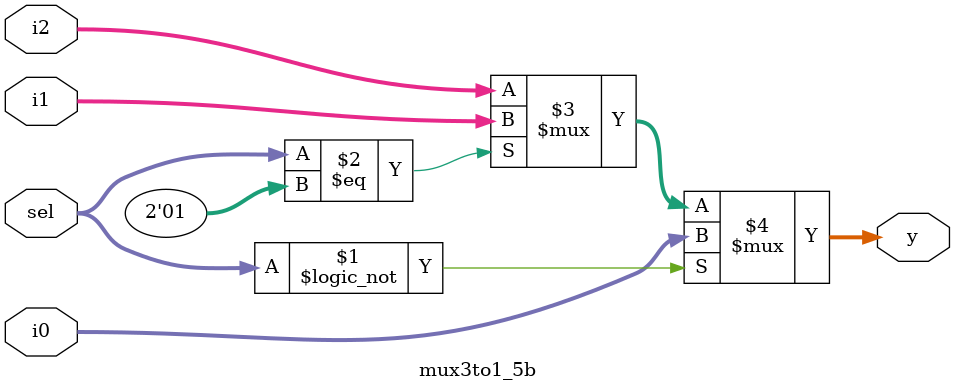
<source format=v>
module mux3to1_5b (i0,
                   i1,
                   i2,
                   sel,
                   y);
    input [4:0] i0, i1, i2;
    input [1:0] sel;
    output [4:0] y;
    
    assign y = (sel == 2'b00) ? i0:
    (sel == 2'b01) ? i1:
    i2;
    
endmodule

</source>
